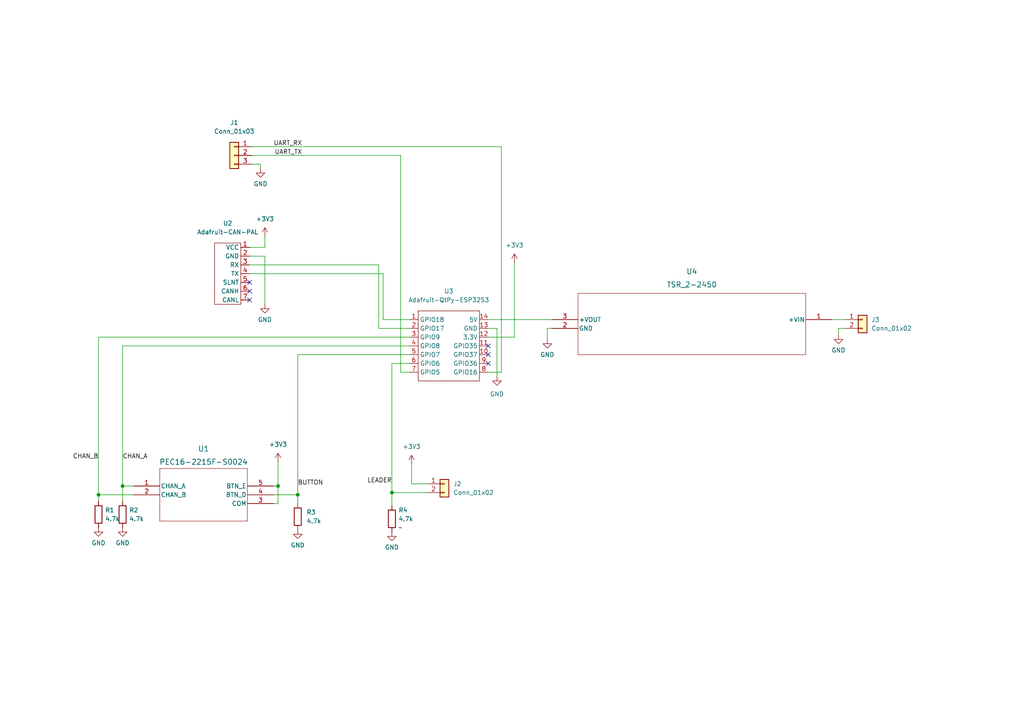
<source format=kicad_sch>
(kicad_sch (version 20211123) (generator eeschema)
  (paper "A4")
  (lib_symbols
    (symbol "Connector_Generic:Conn_01x02" (pin_names (offset 1.016) hide)
      (property "Reference" "J" (at 0 2.54 0))
      (property "Value" "Conn_01x02" (at 0 -5.08 0))
      (symbol "Conn_01x02_1_1"
        (rectangle (start -1.27 -2.413) (end 0 -2.667) (stroke (width 0.1524)))
        (rectangle (start -1.27 0.127) (end 0 -0.127) (stroke (width 0.1524)))
        (rectangle (start -1.27 1.27) (end 1.27 -3.81) (stroke (width 0.254)) (fill (type background)))
        (pin passive line (at -5.08 0 0) (length 3.81) (name "Pin_1") (number "1"))
        (pin passive line (at -5.08 -2.54 0) (length 3.81) (name "Pin_2") (number "2"))
      )
    )
    (symbol "Connector_Generic:Conn_01x03" (pin_names (offset 1.016) hide)
      (property "Reference" "J" (at 0 5.08 0))
      (property "Value" "Conn_01x03" (at 0 -5.08 0))
      (symbol "Conn_01x03_1_1"
        (rectangle (start -1.27 -2.413) (end 0 -2.667) (stroke (width 0.1524)))
        (rectangle (start -1.27 0.127) (end 0 -0.127) (stroke (width 0.1524)))
        (rectangle (start -1.27 2.667) (end 0 2.413) (stroke (width 0.1524)))
        (rectangle (start -1.27 3.81) (end 1.27 -3.81) (stroke (width 0.254)) (fill (type background)))
        (pin passive line (at -5.08 2.54 0) (length 3.81) (name "Pin_1") (number "1"))
        (pin passive line (at -5.08 0 0) (length 3.81) (name "Pin_2") (number "2"))
        (pin passive line (at -5.08 -2.54 0) (length 3.81) (name "Pin_3") (number "3"))
      )
    )
    (symbol "Device:R" (pin_numbers hide) (pin_names (offset 0))
      (property "Reference" "R" (at 2.032 0 90))
      (property "Value" "R" (at 0 0 90))
      (symbol "R_0_1"
        (rectangle (start -1.016 -2.54) (end 1.016 2.54) (stroke (width 0.254)))
      )
      (symbol "R_1_1"
        (pin passive line (at 0 3.81 270) (length 1.27) (name "~") (number "1"))
        (pin passive line (at 0 -3.81 90) (length 1.27) (name "~") (number "2"))
      )
    )
    (symbol "airball-hardware:Adafruit-CAN-PAL"
      (property "Reference" "U" (at -1.27 10.16 0))
      (property "Value" "Adafruit-CAN-PAL" (at 0 -10.16 0))
      (symbol "Adafruit-CAN-PAL_0_1"
        (polyline (pts (xy 3.81 8.89) (xy -3.81 8.89) (xy -3.81 -8.89) (xy 3.81 -8.89) (xy 3.81 8.89)))
      )
      (symbol "Adafruit-CAN-PAL_1_1"
        (pin input line (at -6.35 7.62 0) (length 2.54) (name "VCC") (number "1"))
        (pin input line (at -6.35 5.08 0) (length 2.54) (name "GND") (number "2"))
        (pin input line (at -6.35 2.54 0) (length 2.54) (name "RX") (number "3"))
        (pin output line (at -6.35 0 0) (length 2.54) (name "TX") (number "4"))
        (pin input line (at -6.35 -2.54 0) (length 2.54) (name "SLNT") (number "5"))
        (pin output line (at -6.35 -5.08 0) (length 2.54) (name "CANH") (number "6"))
        (pin output line (at -6.35 -7.62 0) (length 2.54) (name "CANL") (number "7"))
      )
    )
    (symbol "airball-hardware:Adafruit-QtPy-ESP32S3"
      (property "Reference" "U" (at -1.27 11.43 0))
      (property "Value" "Adafruit-QtPy-ESP32S3" (at -1.27 -11.43 0))
      (symbol "Adafruit-QtPy-ESP32S3_0_1"
        (polyline (pts (xy -8.89 10.16) (xy 8.89 10.16) (xy 8.89 -10.16) (xy -8.89 -10.16) (xy -8.89 10.16)))
      )
      (symbol "Adafruit-QtPy-ESP32S3_1_1"
        (pin output line (at -11.43 7.62 0) (length 2.54) (name "GPIO18") (number "1"))
        (pin output line (at 11.43 -2.54 180) (length 2.54) (name "GPIO37") (number "10"))
        (pin output line (at 11.43 0 180) (length 2.54) (name "GPIO35") (number "11"))
        (pin output line (at 11.43 2.54 180) (length 2.54) (name "3.3V") (number "12"))
        (pin output line (at 11.43 5.08 180) (length 2.54) (name "GND") (number "13"))
        (pin output line (at 11.43 7.62 180) (length 2.54) (name "5V") (number "14"))
        (pin output line (at -11.43 5.08 0) (length 2.54) (name "GPIO17") (number "2"))
        (pin output line (at -11.43 2.54 0) (length 2.54) (name "GPIO9") (number "3"))
        (pin output line (at -11.43 0 0) (length 2.54) (name "GPIO8") (number "4"))
        (pin output line (at -11.43 -2.54 0) (length 2.54) (name "GPIO7") (number "5"))
        (pin output line (at -11.43 -5.08 0) (length 2.54) (name "GPIO6") (number "6"))
        (pin output line (at -11.43 -7.62 0) (length 2.54) (name "GPIO5") (number "7"))
        (pin output line (at 11.43 -7.62 180) (length 2.54) (name "GPIO16") (number "8"))
        (pin output line (at 11.43 -5.08 180) (length 2.54) (name "GPIO36") (number "9"))
      )
    )
    (symbol "airball-hardware:PEC16-2215F-S0024" (pin_names (offset 0.254))
      (property "Reference" "U" (at 20.32 10.16 0))
      (property "Value" "PEC16-2215F-S0024" (at 20.32 7.62 0))
      (symbol "PEC16-2215F-S0024_0_1"
        (polyline (pts (xy 7.62 -10.16) (xy 33.02 -10.16)) (stroke (width 0.127)))
        (polyline (pts (xy 7.62 5.08) (xy 7.62 -10.16)) (stroke (width 0.127)))
        (polyline (pts (xy 33.02 -10.16) (xy 33.02 5.08)) (stroke (width 0.127)))
        (polyline (pts (xy 33.02 5.08) (xy 7.62 5.08)) (stroke (width 0.127)))
        (pin unspecified line (at 0 0 0) (length 7.62) (name "CHAN_A") (number "1"))
        (pin unspecified line (at 0 -2.54 0) (length 7.62) (name "CHAN_B") (number "2"))
        (pin unspecified line (at 40.64 -5.08 180) (length 7.62) (name "COM") (number "3"))
        (pin unspecified line (at 40.64 -2.54 180) (length 7.62) (name "BTN_D") (number "4"))
        (pin unspecified line (at 40.64 0 180) (length 7.62) (name "BTN_E") (number "5"))
      )
    )
    (symbol "airball-hardware:TSR_2-2450" (pin_names (offset 0.254))
      (property "Reference" "U" (at 40.64 12.7 0))
      (property "Value" "TSR_2-2450" (at 40.64 10.16 0))
      (symbol "TSR_2-2450_0_1"
        (polyline (pts (xy 7.62 -10.16) (xy 73.66 -10.16)) (stroke (width 0.127)))
        (polyline (pts (xy 7.62 7.62) (xy 7.62 -10.16)) (stroke (width 0.127)))
        (polyline (pts (xy 73.66 -10.16) (xy 73.66 7.62)) (stroke (width 0.127)))
        (polyline (pts (xy 73.66 7.62) (xy 7.62 7.62)) (stroke (width 0.127)))
        (pin power_in line (at 0 0 0) (length 7.62) (name "+VIN") (number "1"))
        (pin power_out line (at 81.28 -2.54 180) (length 7.62) (name "GND") (number "2"))
        (pin output line (at 81.28 0 180) (length 7.62) (name "+VOUT") (number "3"))
      )
    )
    (symbol "power:+3V3" (power) (pin_names (offset 0))
      (property "Value" "+3V3" (at 0 3.556 0))
      (symbol "+3V3_0_1"
        (polyline (pts (xy -0.762 1.27) (xy 0 2.54)))
        (polyline (pts (xy 0 0) (xy 0 2.54)))
        (polyline (pts (xy 0 2.54) (xy 0.762 1.27)))
      )
      (symbol "+3V3_1_1"
        (pin power_in line (at 0 0 90) (length 0) hide (name "+3V3") (number "1"))
      )
    )
    (symbol "power:GND" (power) (pin_names (offset 0))
      (property "Value" "GND" (at 0 -3.81 0))
      (symbol "GND_0_1"
        (polyline (pts (xy 0 0) (xy 0 -1.27) (xy 1.27 -1.27) (xy 0 -2.54) (xy -1.27 -1.27) (xy 0 -1.27)))
      )
      (symbol "GND_1_1"
        (pin power_in line (at 0 0 270) (length 0) hide (name "GND") (number "1"))
      )
    )
  )
  (junction (at 113.665 142.875))
  (junction (at 86.36 143.51))
  (junction (at 80.645 140.97))
  (junction (at 28.575 143.51))
  (junction (at 35.56 140.97))
  (no_connect (at 72.39 86.995))
  (no_connect (at 141.605 102.87))
  (no_connect (at 141.605 100.33))
  (no_connect (at 72.39 81.915))
  (no_connect (at 141.605 105.41))
  (no_connect (at 72.39 84.455))
  (wire (pts (xy 86.36 102.87) (xy 118.745 102.87)))
  (wire (pts (xy 35.56 140.97) (xy 35.56 145.415)))
  (wire (pts (xy 35.56 100.33) (xy 118.745 100.33)))
  (wire (pts (xy 241.3 92.71) (xy 245.11 92.71)))
  (wire (pts (xy 73.025 45.085) (xy 116.205 45.085)))
  (wire (pts (xy 116.205 107.95) (xy 118.745 107.95)))
  (wire (pts (xy 28.575 143.51) (xy 28.575 145.415)))
  (wire (pts (xy 113.665 142.875) (xy 123.825 142.875)))
  (wire (pts (xy 80.645 140.97) (xy 80.645 146.05)))
  (wire (pts (xy 75.565 47.625) (xy 75.565 48.895)))
  (wire (pts (xy 119.38 134.62) (xy 119.38 140.335)))
  (wire (pts (xy 145.415 107.95) (xy 141.605 107.95)))
  (wire (pts (xy 245.11 95.25) (xy 243.205 95.25)))
  (wire (pts (xy 28.575 143.51) (xy 38.735 143.51)))
  (wire (pts (xy 119.38 140.335) (xy 123.825 140.335)))
  (wire (pts (xy 35.56 140.97) (xy 38.735 140.97)))
  (wire (pts (xy 73.025 42.545) (xy 145.415 42.545)))
  (wire (pts (xy 141.605 95.25) (xy 144.145 95.25)))
  (wire (pts (xy 72.39 76.835) (xy 109.855 76.835)))
  (wire (pts (xy 35.56 140.97) (xy 35.56 100.33)))
  (wire (pts (xy 160.02 95.25) (xy 158.75 95.25)))
  (wire (pts (xy 80.645 133.985) (xy 80.645 140.97)))
  (wire (pts (xy 109.855 95.25) (xy 118.745 95.25)))
  (wire (pts (xy 79.375 143.51) (xy 86.36 143.51)))
  (wire (pts (xy 144.145 95.25) (xy 144.145 109.22)))
  (wire (pts (xy 113.665 105.41) (xy 118.745 105.41)))
  (wire (pts (xy 141.605 92.71) (xy 160.02 92.71)))
  (wire (pts (xy 113.665 142.875) (xy 113.665 146.685)))
  (wire (pts (xy 76.835 74.295) (xy 76.835 88.265)))
  (wire (pts (xy 243.205 95.25) (xy 243.205 97.155)))
  (wire (pts (xy 86.36 102.87) (xy 86.36 143.51)))
  (wire (pts (xy 28.575 143.51) (xy 28.575 97.79)))
  (wire (pts (xy 158.75 95.25) (xy 158.75 98.425)))
  (wire (pts (xy 79.375 146.05) (xy 80.645 146.05)))
  (wire (pts (xy 149.225 76.2) (xy 149.225 97.79)))
  (wire (pts (xy 72.39 79.375) (xy 111.125 79.375)))
  (wire (pts (xy 109.855 76.835) (xy 109.855 95.25)))
  (wire (pts (xy 73.025 47.625) (xy 75.565 47.625)))
  (wire (pts (xy 145.415 42.545) (xy 145.415 107.95)))
  (wire (pts (xy 72.39 74.295) (xy 76.835 74.295)))
  (wire (pts (xy 113.665 105.41) (xy 113.665 142.875)))
  (wire (pts (xy 111.125 92.71) (xy 118.745 92.71)))
  (wire (pts (xy 76.835 71.755) (xy 76.835 68.58)))
  (wire (pts (xy 86.36 143.51) (xy 86.36 146.05)))
  (wire (pts (xy 116.205 45.085) (xy 116.205 107.95)))
  (wire (pts (xy 111.125 79.375) (xy 111.125 92.71)))
  (wire (pts (xy 79.375 140.97) (xy 80.645 140.97)))
  (wire (pts (xy 149.225 97.79) (xy 141.605 97.79)))
  (wire (pts (xy 72.39 71.755) (xy 76.835 71.755)))
  (wire (pts (xy 28.575 97.79) (xy 118.745 97.79)))
  (label "CHAN_B" (at 28.575 133.35 180))
  (label "BUTTON" (at 86.36 140.97 0))
  (label "UART_RX" (at 87.63 42.545 180))
  (label "LEADER" (at 113.665 140.335 180))
  (label "UART_TX" (at 87.63 45.085 180))
  (label "CHAN_A" (at 35.56 133.35 0))
  (symbol (lib_id "power:+3V3") (at 119.38 134.62 0) (unit 1)
    (property "Reference" "#PWR0107" (effects hide))
    (property "Value" "+3V3" (at 119.38 129.54 0))
  )
  (symbol (lib_id "airball-hardware:TSR_2-2450") (at 241.3 92.71 0) (mirror y) (unit 1)
    (property "Reference" "U4" (at 200.66 78.74 0) (effects (font (size 1.524 1.524))))
    (property "Value" "TSR_2-2450" (at 200.66 82.55 0) (effects (font (size 1.524 1.524))))
    (property "Footprint" "airball-hardware:TSR 2-2450_TRP" (effects hide))
    (property "Datasheet" "TSR 2-2450" (effects hide))
  )
  (symbol (lib_id "power:GND") (at 113.665 154.305 0) (unit 1)
    (property "Reference" "#PWR0104" (effects hide))
    (property "Value" "GND" (at 113.665 158.75 0))
  )
  (symbol (lib_id "power:GND") (at 86.36 153.67 0) (unit 1)
    (property "Reference" "#PWR0105" (effects hide))
    (property "Value" "GND" (at 86.36 158.115 0))
  )
  (symbol (lib_id "power:+3V3") (at 149.225 76.2 0) (unit 1)
    (property "Reference" "#PWR0108" (effects hide))
    (property "Value" "+3V3" (at 149.225 71.12 0))
  )
  (symbol (lib_id "power:+3V3") (at 80.645 133.985 0) (unit 1)
    (property "Reference" "#PWR0102" (effects hide))
    (property "Value" "+3V3" (at 80.645 128.905 0))
  )
  (symbol (lib_id "Connector_Generic:Conn_01x03") (at 67.945 45.085 0) (mirror y) (unit 1)
    (property "Reference" "J1" (at 67.945 35.56 0))
    (property "Value" "Conn_01x03" (at 67.945 38.1 0))
    (property "Footprint" "Connector_PinHeader_2.54mm:PinHeader_1x03_P2.54mm_Vertical" (effects hide))
  )
  (symbol (lib_id "airball-hardware:PEC16-2215F-S0024") (at 38.735 140.97 0) (unit 1)
    (property "Reference" "U1" (at 59.055 130.175 0) (effects (font (size 1.524 1.524))))
    (property "Value" "PEC16-2215F-S0024" (at 59.055 133.985 0) (effects (font (size 1.524 1.524))))
    (property "Footprint" "airball-hardware:PEC16-2215F_BRN" (effects hide))
    (property "Datasheet" "PEC16-2215F-S0024" (effects hide))
  )
  (symbol (lib_id "power:GND") (at 75.565 48.895 0) (unit 1)
    (property "Reference" "#PWR0113" (effects hide))
    (property "Value" "GND" (at 75.565 53.34 0))
  )
  (symbol (lib_id "Device:R") (at 28.575 149.225 0) (unit 1)
    (property "Reference" "R1" (at 30.48 147.9549 0) (effects (justify left)))
    (property "Value" "4.7k" (at 30.48 150.4949 0) (effects (justify left)))
    (property "Footprint" "Resistor_THT:R_Axial_DIN0207_L6.3mm_D2.5mm_P10.16mm_Horizontal" (effects hide))
  )
  (symbol (lib_id "airball-hardware:Adafruit-CAN-PAL") (at 66.04 79.375 0) (mirror y) (unit 1)
    (property "Reference" "U2" (at 66.04 64.77 0))
    (property "Value" "Adafruit-CAN-PAL" (at 66.04 67.31 0))
    (property "Footprint" "airball-hardware:Adafruit-CAN-PAL" (effects hide))
  )
  (symbol (lib_id "Device:R") (at 113.665 150.495 0) (unit 1)
    (property "Reference" "R4" (at 115.57 147.9549 0) (effects (justify left)))
    (property "Value" "4.7k" (at 115.57 150.4949 0) (effects (justify left)))
    (property "Footprint" "Resistor_THT:R_Axial_DIN0207_L6.3mm_D2.5mm_P10.16mm_Horizontal" (effects hide))
    (property "Datasheet" "~" (at 115.57 153.0349 0) (effects (justify left)))
  )
  (symbol (lib_id "Connector_Generic:Conn_01x02") (at 250.19 92.71 0) (unit 1)
    (property "Reference" "J3" (at 252.73 92.7099 0) (effects (justify left)))
    (property "Value" "Conn_01x02" (at 252.73 95.2499 0) (effects (justify left)))
    (property "Footprint" "Connector_PinHeader_2.54mm:PinHeader_1x02_P2.54mm_Vertical" (effects hide))
  )
  (symbol (lib_id "Connector_Generic:Conn_01x02") (at 128.905 140.335 0) (unit 1)
    (property "Reference" "J2" (at 131.445 140.3349 0) (effects (justify left)))
    (property "Value" "Conn_01x02" (at 131.445 142.8749 0) (effects (justify left)))
    (property "Footprint" "Connector_PinHeader_2.54mm:PinHeader_1x02_P2.54mm_Vertical" (effects hide))
  )
  (symbol (lib_id "power:GND") (at 35.56 153.035 0) (unit 1)
    (property "Reference" "#PWR0101" (effects hide))
    (property "Value" "GND" (at 35.56 157.48 0))
  )
  (symbol (lib_id "power:GND") (at 158.75 98.425 0) (unit 1)
    (property "Reference" "#PWR0110" (effects hide))
    (property "Value" "GND" (at 158.75 102.87 0))
  )
  (symbol (lib_id "power:GND") (at 144.145 109.22 0) (unit 1)
    (property "Reference" "#PWR0109" (effects hide))
    (property "Value" "GND" (at 144.145 114.3 0))
  )
  (symbol (lib_id "power:GND") (at 76.835 88.265 0) (unit 1)
    (property "Reference" "#PWR0106" (effects hide))
    (property "Value" "GND" (at 76.835 92.71 0))
  )
  (symbol (lib_id "power:GND") (at 243.205 97.155 0) (unit 1)
    (property "Reference" "#PWR0111" (effects hide))
    (property "Value" "GND" (at 243.205 101.6 0))
  )
  (symbol (lib_id "power:GND") (at 28.575 153.035 0) (unit 1)
    (property "Reference" "#PWR0103" (effects hide))
    (property "Value" "GND" (at 28.575 157.48 0))
  )
  (symbol (lib_id "airball-hardware:Adafruit-QtPy-ESP32S3") (at 130.175 100.33 0) (unit 1)
    (property "Reference" "U3" (at 130.175 84.455 0))
    (property "Value" "Adafruit-QtPy-ESP32S3" (at 130.175 86.995 0))
    (property "Footprint" "airball-hardware:Adafruit-QtPy-ESP32S3" (effects hide))
  )
  (symbol (lib_id "Device:R") (at 35.56 149.225 0) (unit 1)
    (property "Reference" "R2" (at 37.465 147.9549 0) (effects (justify left)))
    (property "Value" "4.7k" (at 37.465 150.4949 0) (effects (justify left)))
    (property "Footprint" "Resistor_THT:R_Axial_DIN0207_L6.3mm_D2.5mm_P10.16mm_Horizontal" (effects hide))
  )
  (symbol (lib_id "Device:R") (at 86.36 149.86 0) (unit 1)
    (property "Reference" "R3" (at 88.9 148.5899 0) (effects (justify left)))
    (property "Value" "4.7k" (at 88.9 151.1299 0) (effects (justify left)))
    (property "Footprint" "Resistor_THT:R_Axial_DIN0207_L6.3mm_D2.5mm_P10.16mm_Horizontal" (effects hide))
  )
  (symbol (lib_id "power:+3V3") (at 76.835 68.58 0) (unit 1)
    (property "Reference" "#PWR0112" (effects hide))
    (property "Value" "+3V3" (at 76.835 63.5 0))
  )
)
</source>
